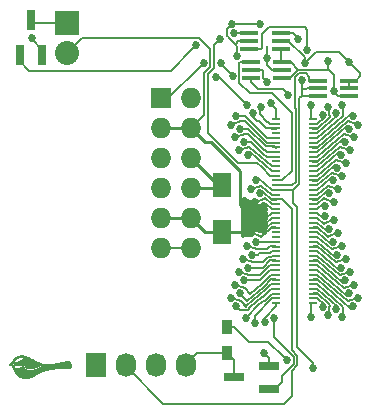
<source format=gtl>
G04 #@! TF.FileFunction,Copper,L1,Top,Signal*
%FSLAX46Y46*%
G04 Gerber Fmt 4.6, Leading zero omitted, Abs format (unit mm)*
G04 Created by KiCad (PCBNEW 4.0.1-stable) date Sunday, February 28, 2016 'AMt' 11:22:30 AM*
%MOMM*%
G01*
G04 APERTURE LIST*
%ADD10C,0.100000*%
%ADD11C,0.010000*%
%ADD12R,1.501140X0.398780*%
%ADD13R,1.727200X1.727200*%
%ADD14O,1.727200X1.727200*%
%ADD15R,1.600000X2.000000*%
%ADD16R,2.032000X2.032000*%
%ADD17O,2.032000X2.032000*%
%ADD18R,1.800860X0.800100*%
%ADD19R,0.800100X1.800860*%
%ADD20R,0.900000X1.200000*%
%ADD21R,1.727200X2.032000*%
%ADD22O,1.727200X2.032000*%
%ADD23R,0.700000X0.200000*%
%ADD24C,0.685800*%
%ADD25C,0.685801*%
%ADD26C,0.152400*%
%ADD27C,0.254000*%
G04 APERTURE END LIST*
D10*
D11*
G36*
X136572890Y-120218476D02*
X136594607Y-120218821D01*
X136613555Y-120219540D01*
X136630765Y-120220719D01*
X136647270Y-120222441D01*
X136664101Y-120224790D01*
X136682292Y-120227850D01*
X136697352Y-120230645D01*
X136737711Y-120239396D01*
X136779606Y-120250414D01*
X136821059Y-120263125D01*
X136860093Y-120276957D01*
X136867895Y-120279990D01*
X136897503Y-120291780D01*
X136926560Y-120303531D01*
X136955332Y-120315368D01*
X136984083Y-120327414D01*
X137013081Y-120339793D01*
X137042591Y-120352628D01*
X137072879Y-120366043D01*
X137104210Y-120380162D01*
X137136851Y-120395109D01*
X137171067Y-120411008D01*
X137207124Y-120427981D01*
X137245288Y-120446153D01*
X137285824Y-120465648D01*
X137328999Y-120486589D01*
X137375078Y-120509100D01*
X137424327Y-120533305D01*
X137477013Y-120559327D01*
X137533399Y-120587290D01*
X137593754Y-120617318D01*
X137609333Y-120625083D01*
X137661341Y-120650963D01*
X137709400Y-120674774D01*
X137753855Y-120696675D01*
X137795050Y-120716825D01*
X137833331Y-120735383D01*
X137869043Y-120752509D01*
X137902531Y-120768361D01*
X137934140Y-120783099D01*
X137964214Y-120796882D01*
X137993099Y-120809869D01*
X138021140Y-120822221D01*
X138048682Y-120834095D01*
X138076069Y-120845651D01*
X138103648Y-120857048D01*
X138131761Y-120868446D01*
X138160756Y-120880004D01*
X138166784Y-120882386D01*
X138184241Y-120889341D01*
X138200202Y-120895833D01*
X138214121Y-120901627D01*
X138225450Y-120906492D01*
X138233645Y-120910195D01*
X138238158Y-120912503D01*
X138238869Y-120913075D01*
X138237563Y-120915832D01*
X138233180Y-120921251D01*
X138226270Y-120928795D01*
X138217385Y-120937924D01*
X138207075Y-120948099D01*
X138195890Y-120958782D01*
X138184380Y-120969433D01*
X138173096Y-120979515D01*
X138162588Y-120988487D01*
X138158204Y-120992062D01*
X138107211Y-121030188D01*
X138051855Y-121066379D01*
X137992225Y-121100598D01*
X137928406Y-121132810D01*
X137860487Y-121162978D01*
X137788555Y-121191066D01*
X137712696Y-121217040D01*
X137632998Y-121240862D01*
X137549549Y-121262496D01*
X137462435Y-121281907D01*
X137448467Y-121284744D01*
X137388669Y-121295927D01*
X137332688Y-121304711D01*
X137280154Y-121311122D01*
X137230698Y-121315187D01*
X137183950Y-121316931D01*
X137139542Y-121316382D01*
X137097103Y-121313567D01*
X137077375Y-121311425D01*
X137032479Y-121304163D01*
X136991093Y-121293835D01*
X136953274Y-121280475D01*
X136919079Y-121264116D01*
X136888565Y-121244792D01*
X136861788Y-121222535D01*
X136838805Y-121197379D01*
X136819673Y-121169357D01*
X136812520Y-121156186D01*
X136803869Y-121137070D01*
X136796870Y-121116992D01*
X136791258Y-121094947D01*
X136786770Y-121069928D01*
X136783778Y-121046810D01*
X136782017Y-121031104D01*
X136734847Y-121026992D01*
X136720104Y-121025714D01*
X136706916Y-121024583D01*
X136696079Y-121023667D01*
X136688388Y-121023033D01*
X136684639Y-121022747D01*
X136684510Y-121022741D01*
X136682469Y-121021313D01*
X136682773Y-121020286D01*
X136681528Y-121019251D01*
X136676914Y-121018987D01*
X136670321Y-121019379D01*
X136663137Y-121020312D01*
X136656751Y-121021672D01*
X136653810Y-121022675D01*
X136650033Y-121023715D01*
X136642280Y-121025402D01*
X136631345Y-121027577D01*
X136618022Y-121030085D01*
X136603107Y-121032768D01*
X136599381Y-121033420D01*
X136543505Y-121042682D01*
X136490420Y-121050481D01*
X136438382Y-121057048D01*
X136385652Y-121062618D01*
X136369571Y-121064116D01*
X136354191Y-121065209D01*
X136335536Y-121066055D01*
X136314533Y-121066653D01*
X136292109Y-121067003D01*
X136269192Y-121067105D01*
X136246706Y-121066958D01*
X136225581Y-121066562D01*
X136206741Y-121065917D01*
X136191114Y-121065022D01*
X136182095Y-121064190D01*
X136132156Y-121057570D01*
X136083568Y-121049418D01*
X136035046Y-121039468D01*
X135985304Y-121027450D01*
X135933055Y-121013096D01*
X135922445Y-121009996D01*
X135906948Y-121005341D01*
X135895529Y-121001674D01*
X135887586Y-120998756D01*
X135882514Y-120996346D01*
X135879714Y-120994204D01*
X135878722Y-120992578D01*
X135878066Y-120989072D01*
X135876989Y-120981328D01*
X135875557Y-120969920D01*
X135873841Y-120955422D01*
X135871906Y-120938409D01*
X135869823Y-120919456D01*
X135867704Y-120899582D01*
X135865241Y-120875806D01*
X135863316Y-120856429D01*
X135861901Y-120841043D01*
X135860968Y-120829244D01*
X135860489Y-120820623D01*
X135860436Y-120814776D01*
X135860783Y-120811294D01*
X135861500Y-120809773D01*
X135861565Y-120809728D01*
X135865819Y-120808159D01*
X135872571Y-120806623D01*
X135874605Y-120806280D01*
X135882317Y-120804889D01*
X135894009Y-120802518D01*
X135908961Y-120799332D01*
X135926451Y-120795495D01*
X135945760Y-120791171D01*
X135966165Y-120786523D01*
X135986946Y-120781716D01*
X136007383Y-120776914D01*
X136026754Y-120772280D01*
X136044339Y-120767979D01*
X136057514Y-120764664D01*
X136127888Y-120745903D01*
X136193710Y-120726815D01*
X136255260Y-120707305D01*
X136312819Y-120687280D01*
X136366666Y-120666646D01*
X136417082Y-120645309D01*
X136425210Y-120641661D01*
X136473672Y-120618036D01*
X136523023Y-120590787D01*
X136572083Y-120560663D01*
X136619673Y-120528417D01*
X136664616Y-120494797D01*
X136694933Y-120469939D01*
X136707045Y-120459405D01*
X136719616Y-120448151D01*
X136732155Y-120436653D01*
X136744170Y-120425384D01*
X136755171Y-120414818D01*
X136764665Y-120405429D01*
X136772161Y-120397691D01*
X136777168Y-120392077D01*
X136779194Y-120389062D01*
X136779151Y-120388738D01*
X136775610Y-120386991D01*
X136768091Y-120384332D01*
X136757321Y-120380973D01*
X136744025Y-120377129D01*
X136728931Y-120373015D01*
X136712765Y-120368845D01*
X136705819Y-120367125D01*
X136657885Y-120357245D01*
X136609747Y-120351066D01*
X136560937Y-120348600D01*
X136510987Y-120349860D01*
X136459427Y-120354857D01*
X136405790Y-120363605D01*
X136349605Y-120376115D01*
X136348269Y-120376449D01*
X136291150Y-120392728D01*
X136236384Y-120412221D01*
X136184173Y-120434771D01*
X136134722Y-120460220D01*
X136088232Y-120488411D01*
X136044907Y-120519186D01*
X136004950Y-120552388D01*
X135968562Y-120587858D01*
X135935948Y-120625440D01*
X135907311Y-120664977D01*
X135882852Y-120706309D01*
X135862775Y-120749281D01*
X135860373Y-120755296D01*
X135852804Y-120774648D01*
X135751354Y-120871202D01*
X135732831Y-120888846D01*
X135715380Y-120905497D01*
X135699311Y-120920857D01*
X135684936Y-120934627D01*
X135672566Y-120946508D01*
X135662512Y-120956202D01*
X135655085Y-120963409D01*
X135650596Y-120967832D01*
X135649324Y-120969174D01*
X135651351Y-120970404D01*
X135657387Y-120973401D01*
X135667016Y-120977971D01*
X135679824Y-120983924D01*
X135695395Y-120991069D01*
X135713314Y-120999213D01*
X135733164Y-121008165D01*
X135754531Y-121017735D01*
X135759640Y-121020013D01*
X135870536Y-121069436D01*
X135882083Y-121110728D01*
X135887641Y-121129900D01*
X135894390Y-121152059D01*
X135901912Y-121175919D01*
X135909791Y-121200195D01*
X135917611Y-121223602D01*
X135924953Y-121244855D01*
X135931122Y-121261919D01*
X135934858Y-121271304D01*
X135937957Y-121277115D01*
X135941150Y-121280417D01*
X135945055Y-121282241D01*
X135950062Y-121283040D01*
X135959196Y-121283683D01*
X135971750Y-121284172D01*
X135987014Y-121284507D01*
X136004280Y-121284690D01*
X136022842Y-121284724D01*
X136041989Y-121284608D01*
X136061014Y-121284345D01*
X136079209Y-121283937D01*
X136095866Y-121283384D01*
X136110276Y-121282689D01*
X136121619Y-121281863D01*
X136233351Y-121269774D01*
X136301838Y-121260603D01*
X136331132Y-121256189D01*
X136356379Y-121251868D01*
X136378360Y-121247428D01*
X136397857Y-121242653D01*
X136415651Y-121237331D01*
X136432523Y-121231246D01*
X136449255Y-121224184D01*
X136466628Y-121215933D01*
X136468752Y-121214873D01*
X136507076Y-121193252D01*
X136544659Y-121167307D01*
X136580869Y-121137553D01*
X136615073Y-121104502D01*
X136642363Y-121073880D01*
X136655019Y-121058635D01*
X136655019Y-121066987D01*
X136655712Y-121077188D01*
X136657625Y-121090800D01*
X136660512Y-121106624D01*
X136664127Y-121123462D01*
X136668222Y-121140114D01*
X136672550Y-121155381D01*
X136674405Y-121161173D01*
X136690445Y-121201904D01*
X136710322Y-121239716D01*
X136733978Y-121274558D01*
X136761350Y-121306374D01*
X136792380Y-121335111D01*
X136827006Y-121360717D01*
X136865168Y-121383137D01*
X136906805Y-121402319D01*
X136951857Y-121418209D01*
X136971914Y-121423923D01*
X137007741Y-121432339D01*
X137044615Y-121438721D01*
X137083407Y-121443166D01*
X137124988Y-121445775D01*
X137170228Y-121446646D01*
X137171486Y-121446647D01*
X137206578Y-121446229D01*
X137240663Y-121444929D01*
X137274533Y-121442658D01*
X137308982Y-121439326D01*
X137344803Y-121434845D01*
X137382790Y-121429126D01*
X137423735Y-121422080D01*
X137468433Y-121413618D01*
X137471448Y-121413025D01*
X137556094Y-121394934D01*
X137638037Y-121374615D01*
X137717112Y-121352142D01*
X137793153Y-121327591D01*
X137865995Y-121301036D01*
X137935474Y-121272553D01*
X138001424Y-121242216D01*
X138063680Y-121210101D01*
X138122077Y-121176282D01*
X138176450Y-121140834D01*
X138226633Y-121103833D01*
X138272462Y-121065352D01*
X138304810Y-121034632D01*
X138315875Y-121023214D01*
X138327189Y-121011029D01*
X138337638Y-120999311D01*
X138346104Y-120989294D01*
X138348352Y-120986469D01*
X138355273Y-120977594D01*
X138361408Y-120969754D01*
X138365943Y-120963989D01*
X138367705Y-120961775D01*
X138369587Y-120959749D01*
X138371870Y-120958686D01*
X138375577Y-120958591D01*
X138381727Y-120959470D01*
X138391345Y-120961329D01*
X138394314Y-120961929D01*
X138465473Y-120973886D01*
X138537069Y-120981051D01*
X138609224Y-120983432D01*
X138682057Y-120981035D01*
X138693067Y-120980262D01*
X138750880Y-120975415D01*
X138813159Y-120969221D01*
X138879730Y-120961710D01*
X138950420Y-120952912D01*
X139025056Y-120942858D01*
X139103464Y-120931576D01*
X139185473Y-120919097D01*
X139270908Y-120905450D01*
X139359598Y-120890667D01*
X139451368Y-120874776D01*
X139546045Y-120857808D01*
X139643458Y-120839792D01*
X139743432Y-120820758D01*
X139845795Y-120800737D01*
X139950373Y-120779759D01*
X140056995Y-120757852D01*
X140165485Y-120735048D01*
X140275672Y-120711376D01*
X140380352Y-120688423D01*
X140410862Y-120681666D01*
X140437069Y-120675983D01*
X140459406Y-120671466D01*
X140478307Y-120668208D01*
X140494208Y-120666300D01*
X140507541Y-120665835D01*
X140518740Y-120666905D01*
X140528240Y-120669603D01*
X140536475Y-120674020D01*
X140543879Y-120680249D01*
X140550886Y-120688382D01*
X140557929Y-120698511D01*
X140565443Y-120710729D01*
X140573862Y-120725128D01*
X140576797Y-120730174D01*
X140602352Y-120775278D01*
X140626306Y-120820021D01*
X140648386Y-120863833D01*
X140668323Y-120906142D01*
X140685844Y-120946379D01*
X140700680Y-120983973D01*
X140710187Y-121011018D01*
X140720789Y-121046958D01*
X140728137Y-121080498D01*
X140732251Y-121111481D01*
X140733150Y-121139750D01*
X140730853Y-121165150D01*
X140725378Y-121187523D01*
X140716744Y-121206713D01*
X140704969Y-121222563D01*
X140690074Y-121234917D01*
X140682857Y-121239043D01*
X140675908Y-121242306D01*
X140668331Y-121245302D01*
X140659879Y-121248051D01*
X140650307Y-121250572D01*
X140639372Y-121252884D01*
X140626826Y-121255007D01*
X140612427Y-121256960D01*
X140595927Y-121258761D01*
X140577084Y-121260431D01*
X140555650Y-121261989D01*
X140531383Y-121263454D01*
X140504035Y-121264845D01*
X140473363Y-121266181D01*
X140439121Y-121267483D01*
X140401065Y-121268769D01*
X140358949Y-121270058D01*
X140312529Y-121271370D01*
X140261558Y-121272724D01*
X140252143Y-121272967D01*
X140168433Y-121275256D01*
X140089179Y-121277711D01*
X140013999Y-121280352D01*
X139942513Y-121283202D01*
X139874340Y-121286281D01*
X139809099Y-121289609D01*
X139746411Y-121293209D01*
X139685893Y-121297101D01*
X139627165Y-121301306D01*
X139569847Y-121305846D01*
X139513558Y-121310740D01*
X139457917Y-121316011D01*
X139439343Y-121317866D01*
X139351092Y-121327350D01*
X139265744Y-121337702D01*
X139182787Y-121349038D01*
X139101707Y-121361474D01*
X139021991Y-121375127D01*
X138943125Y-121390112D01*
X138864598Y-121406546D01*
X138785894Y-121424545D01*
X138706502Y-121444225D01*
X138625908Y-121465703D01*
X138543599Y-121489095D01*
X138459062Y-121514516D01*
X138371783Y-121542083D01*
X138281249Y-121571912D01*
X138209257Y-121596406D01*
X138175067Y-121608412D01*
X138142474Y-121620361D01*
X138111018Y-121632474D01*
X138080241Y-121644971D01*
X138049683Y-121658070D01*
X138018886Y-121671991D01*
X137987390Y-121686955D01*
X137954736Y-121703180D01*
X137920466Y-121720887D01*
X137884120Y-121740295D01*
X137845239Y-121761623D01*
X137803365Y-121785092D01*
X137758038Y-121810920D01*
X137743590Y-121819224D01*
X137703393Y-121842353D01*
X137667070Y-121863218D01*
X137634315Y-121881989D01*
X137604820Y-121898834D01*
X137578279Y-121913923D01*
X137554386Y-121927425D01*
X137532832Y-121939510D01*
X137513311Y-121950347D01*
X137495516Y-121960105D01*
X137479140Y-121968953D01*
X137463876Y-121977061D01*
X137449417Y-121984598D01*
X137435457Y-121991734D01*
X137421687Y-121998637D01*
X137407802Y-122005478D01*
X137393494Y-122012425D01*
X137392239Y-122013031D01*
X137345995Y-122034588D01*
X137302371Y-122053276D01*
X137260428Y-122069365D01*
X137219223Y-122083123D01*
X137177818Y-122094819D01*
X137135270Y-122104722D01*
X137090639Y-122113101D01*
X137042985Y-122120226D01*
X136998524Y-122125592D01*
X136970419Y-122128170D01*
X136938913Y-122130200D01*
X136905417Y-122131643D01*
X136871340Y-122132463D01*
X136838094Y-122132622D01*
X136807088Y-122132082D01*
X136786857Y-122131234D01*
X136732311Y-122126679D01*
X136677141Y-122119053D01*
X136622162Y-122108561D01*
X136568189Y-122095409D01*
X136516036Y-122079801D01*
X136466518Y-122061941D01*
X136420451Y-122042036D01*
X136408034Y-122036000D01*
X136352505Y-122005655D01*
X136298181Y-121970709D01*
X136245159Y-121931270D01*
X136193534Y-121887446D01*
X136143402Y-121839345D01*
X136094859Y-121787076D01*
X136048001Y-121730746D01*
X136002924Y-121670465D01*
X135959723Y-121606339D01*
X135918495Y-121538477D01*
X135879335Y-121466987D01*
X135848415Y-121404852D01*
X135835840Y-121377482D01*
X135823757Y-121349118D01*
X135811818Y-121318873D01*
X135799676Y-121285861D01*
X135786984Y-121249197D01*
X135784005Y-121240315D01*
X135778746Y-121224237D01*
X135773189Y-121206690D01*
X135767577Y-121188490D01*
X135762149Y-121170456D01*
X135757149Y-121153405D01*
X135752818Y-121138156D01*
X135749397Y-121125525D01*
X135747129Y-121116330D01*
X135746573Y-121113669D01*
X135745086Y-121105741D01*
X135604779Y-121049122D01*
X135580107Y-121039148D01*
X135556788Y-121029687D01*
X135535205Y-121020897D01*
X135515741Y-121012934D01*
X135498781Y-121005958D01*
X135484707Y-121000125D01*
X135473904Y-120995595D01*
X135466754Y-120992524D01*
X135463641Y-120991070D01*
X135463539Y-120990993D01*
X135465144Y-120989176D01*
X135470082Y-120984406D01*
X135478071Y-120976941D01*
X135488825Y-120967039D01*
X135502061Y-120954960D01*
X135517494Y-120940962D01*
X135534841Y-120925303D01*
X135553816Y-120908243D01*
X135574137Y-120890039D01*
X135591539Y-120874499D01*
X135616236Y-120852467D01*
X135637571Y-120833409D01*
X135655798Y-120817080D01*
X135671170Y-120803239D01*
X135683940Y-120791642D01*
X135694361Y-120782046D01*
X135702686Y-120774209D01*
X135709169Y-120767887D01*
X135714062Y-120762839D01*
X135717619Y-120758820D01*
X135720092Y-120755588D01*
X135721736Y-120752901D01*
X135722802Y-120750515D01*
X135723545Y-120748187D01*
X135723671Y-120747730D01*
X135728066Y-120733639D01*
X135734307Y-120716530D01*
X135741899Y-120697617D01*
X135750342Y-120678114D01*
X135759141Y-120659235D01*
X135763663Y-120650123D01*
X135785913Y-120610208D01*
X135811441Y-120571722D01*
X135840714Y-120534028D01*
X135874199Y-120496488D01*
X135883212Y-120487125D01*
X135921275Y-120450413D01*
X135960552Y-120417167D01*
X136001870Y-120386793D01*
X136046052Y-120358696D01*
X136093924Y-120332283D01*
X136108314Y-120325002D01*
X136154980Y-120303147D01*
X136201618Y-120284060D01*
X136249071Y-120267485D01*
X136298182Y-120253166D01*
X136349792Y-120240846D01*
X136404745Y-120230269D01*
X136436609Y-120225116D01*
X136450211Y-120223114D01*
X136462093Y-120221560D01*
X136473213Y-120220397D01*
X136484528Y-120219566D01*
X136496995Y-120219011D01*
X136511570Y-120218672D01*
X136529211Y-120218493D01*
X136547371Y-120218423D01*
X136572890Y-120218476D01*
X136572890Y-120218476D01*
G37*
X136572890Y-120218476D02*
X136594607Y-120218821D01*
X136613555Y-120219540D01*
X136630765Y-120220719D01*
X136647270Y-120222441D01*
X136664101Y-120224790D01*
X136682292Y-120227850D01*
X136697352Y-120230645D01*
X136737711Y-120239396D01*
X136779606Y-120250414D01*
X136821059Y-120263125D01*
X136860093Y-120276957D01*
X136867895Y-120279990D01*
X136897503Y-120291780D01*
X136926560Y-120303531D01*
X136955332Y-120315368D01*
X136984083Y-120327414D01*
X137013081Y-120339793D01*
X137042591Y-120352628D01*
X137072879Y-120366043D01*
X137104210Y-120380162D01*
X137136851Y-120395109D01*
X137171067Y-120411008D01*
X137207124Y-120427981D01*
X137245288Y-120446153D01*
X137285824Y-120465648D01*
X137328999Y-120486589D01*
X137375078Y-120509100D01*
X137424327Y-120533305D01*
X137477013Y-120559327D01*
X137533399Y-120587290D01*
X137593754Y-120617318D01*
X137609333Y-120625083D01*
X137661341Y-120650963D01*
X137709400Y-120674774D01*
X137753855Y-120696675D01*
X137795050Y-120716825D01*
X137833331Y-120735383D01*
X137869043Y-120752509D01*
X137902531Y-120768361D01*
X137934140Y-120783099D01*
X137964214Y-120796882D01*
X137993099Y-120809869D01*
X138021140Y-120822221D01*
X138048682Y-120834095D01*
X138076069Y-120845651D01*
X138103648Y-120857048D01*
X138131761Y-120868446D01*
X138160756Y-120880004D01*
X138166784Y-120882386D01*
X138184241Y-120889341D01*
X138200202Y-120895833D01*
X138214121Y-120901627D01*
X138225450Y-120906492D01*
X138233645Y-120910195D01*
X138238158Y-120912503D01*
X138238869Y-120913075D01*
X138237563Y-120915832D01*
X138233180Y-120921251D01*
X138226270Y-120928795D01*
X138217385Y-120937924D01*
X138207075Y-120948099D01*
X138195890Y-120958782D01*
X138184380Y-120969433D01*
X138173096Y-120979515D01*
X138162588Y-120988487D01*
X138158204Y-120992062D01*
X138107211Y-121030188D01*
X138051855Y-121066379D01*
X137992225Y-121100598D01*
X137928406Y-121132810D01*
X137860487Y-121162978D01*
X137788555Y-121191066D01*
X137712696Y-121217040D01*
X137632998Y-121240862D01*
X137549549Y-121262496D01*
X137462435Y-121281907D01*
X137448467Y-121284744D01*
X137388669Y-121295927D01*
X137332688Y-121304711D01*
X137280154Y-121311122D01*
X137230698Y-121315187D01*
X137183950Y-121316931D01*
X137139542Y-121316382D01*
X137097103Y-121313567D01*
X137077375Y-121311425D01*
X137032479Y-121304163D01*
X136991093Y-121293835D01*
X136953274Y-121280475D01*
X136919079Y-121264116D01*
X136888565Y-121244792D01*
X136861788Y-121222535D01*
X136838805Y-121197379D01*
X136819673Y-121169357D01*
X136812520Y-121156186D01*
X136803869Y-121137070D01*
X136796870Y-121116992D01*
X136791258Y-121094947D01*
X136786770Y-121069928D01*
X136783778Y-121046810D01*
X136782017Y-121031104D01*
X136734847Y-121026992D01*
X136720104Y-121025714D01*
X136706916Y-121024583D01*
X136696079Y-121023667D01*
X136688388Y-121023033D01*
X136684639Y-121022747D01*
X136684510Y-121022741D01*
X136682469Y-121021313D01*
X136682773Y-121020286D01*
X136681528Y-121019251D01*
X136676914Y-121018987D01*
X136670321Y-121019379D01*
X136663137Y-121020312D01*
X136656751Y-121021672D01*
X136653810Y-121022675D01*
X136650033Y-121023715D01*
X136642280Y-121025402D01*
X136631345Y-121027577D01*
X136618022Y-121030085D01*
X136603107Y-121032768D01*
X136599381Y-121033420D01*
X136543505Y-121042682D01*
X136490420Y-121050481D01*
X136438382Y-121057048D01*
X136385652Y-121062618D01*
X136369571Y-121064116D01*
X136354191Y-121065209D01*
X136335536Y-121066055D01*
X136314533Y-121066653D01*
X136292109Y-121067003D01*
X136269192Y-121067105D01*
X136246706Y-121066958D01*
X136225581Y-121066562D01*
X136206741Y-121065917D01*
X136191114Y-121065022D01*
X136182095Y-121064190D01*
X136132156Y-121057570D01*
X136083568Y-121049418D01*
X136035046Y-121039468D01*
X135985304Y-121027450D01*
X135933055Y-121013096D01*
X135922445Y-121009996D01*
X135906948Y-121005341D01*
X135895529Y-121001674D01*
X135887586Y-120998756D01*
X135882514Y-120996346D01*
X135879714Y-120994204D01*
X135878722Y-120992578D01*
X135878066Y-120989072D01*
X135876989Y-120981328D01*
X135875557Y-120969920D01*
X135873841Y-120955422D01*
X135871906Y-120938409D01*
X135869823Y-120919456D01*
X135867704Y-120899582D01*
X135865241Y-120875806D01*
X135863316Y-120856429D01*
X135861901Y-120841043D01*
X135860968Y-120829244D01*
X135860489Y-120820623D01*
X135860436Y-120814776D01*
X135860783Y-120811294D01*
X135861500Y-120809773D01*
X135861565Y-120809728D01*
X135865819Y-120808159D01*
X135872571Y-120806623D01*
X135874605Y-120806280D01*
X135882317Y-120804889D01*
X135894009Y-120802518D01*
X135908961Y-120799332D01*
X135926451Y-120795495D01*
X135945760Y-120791171D01*
X135966165Y-120786523D01*
X135986946Y-120781716D01*
X136007383Y-120776914D01*
X136026754Y-120772280D01*
X136044339Y-120767979D01*
X136057514Y-120764664D01*
X136127888Y-120745903D01*
X136193710Y-120726815D01*
X136255260Y-120707305D01*
X136312819Y-120687280D01*
X136366666Y-120666646D01*
X136417082Y-120645309D01*
X136425210Y-120641661D01*
X136473672Y-120618036D01*
X136523023Y-120590787D01*
X136572083Y-120560663D01*
X136619673Y-120528417D01*
X136664616Y-120494797D01*
X136694933Y-120469939D01*
X136707045Y-120459405D01*
X136719616Y-120448151D01*
X136732155Y-120436653D01*
X136744170Y-120425384D01*
X136755171Y-120414818D01*
X136764665Y-120405429D01*
X136772161Y-120397691D01*
X136777168Y-120392077D01*
X136779194Y-120389062D01*
X136779151Y-120388738D01*
X136775610Y-120386991D01*
X136768091Y-120384332D01*
X136757321Y-120380973D01*
X136744025Y-120377129D01*
X136728931Y-120373015D01*
X136712765Y-120368845D01*
X136705819Y-120367125D01*
X136657885Y-120357245D01*
X136609747Y-120351066D01*
X136560937Y-120348600D01*
X136510987Y-120349860D01*
X136459427Y-120354857D01*
X136405790Y-120363605D01*
X136349605Y-120376115D01*
X136348269Y-120376449D01*
X136291150Y-120392728D01*
X136236384Y-120412221D01*
X136184173Y-120434771D01*
X136134722Y-120460220D01*
X136088232Y-120488411D01*
X136044907Y-120519186D01*
X136004950Y-120552388D01*
X135968562Y-120587858D01*
X135935948Y-120625440D01*
X135907311Y-120664977D01*
X135882852Y-120706309D01*
X135862775Y-120749281D01*
X135860373Y-120755296D01*
X135852804Y-120774648D01*
X135751354Y-120871202D01*
X135732831Y-120888846D01*
X135715380Y-120905497D01*
X135699311Y-120920857D01*
X135684936Y-120934627D01*
X135672566Y-120946508D01*
X135662512Y-120956202D01*
X135655085Y-120963409D01*
X135650596Y-120967832D01*
X135649324Y-120969174D01*
X135651351Y-120970404D01*
X135657387Y-120973401D01*
X135667016Y-120977971D01*
X135679824Y-120983924D01*
X135695395Y-120991069D01*
X135713314Y-120999213D01*
X135733164Y-121008165D01*
X135754531Y-121017735D01*
X135759640Y-121020013D01*
X135870536Y-121069436D01*
X135882083Y-121110728D01*
X135887641Y-121129900D01*
X135894390Y-121152059D01*
X135901912Y-121175919D01*
X135909791Y-121200195D01*
X135917611Y-121223602D01*
X135924953Y-121244855D01*
X135931122Y-121261919D01*
X135934858Y-121271304D01*
X135937957Y-121277115D01*
X135941150Y-121280417D01*
X135945055Y-121282241D01*
X135950062Y-121283040D01*
X135959196Y-121283683D01*
X135971750Y-121284172D01*
X135987014Y-121284507D01*
X136004280Y-121284690D01*
X136022842Y-121284724D01*
X136041989Y-121284608D01*
X136061014Y-121284345D01*
X136079209Y-121283937D01*
X136095866Y-121283384D01*
X136110276Y-121282689D01*
X136121619Y-121281863D01*
X136233351Y-121269774D01*
X136301838Y-121260603D01*
X136331132Y-121256189D01*
X136356379Y-121251868D01*
X136378360Y-121247428D01*
X136397857Y-121242653D01*
X136415651Y-121237331D01*
X136432523Y-121231246D01*
X136449255Y-121224184D01*
X136466628Y-121215933D01*
X136468752Y-121214873D01*
X136507076Y-121193252D01*
X136544659Y-121167307D01*
X136580869Y-121137553D01*
X136615073Y-121104502D01*
X136642363Y-121073880D01*
X136655019Y-121058635D01*
X136655019Y-121066987D01*
X136655712Y-121077188D01*
X136657625Y-121090800D01*
X136660512Y-121106624D01*
X136664127Y-121123462D01*
X136668222Y-121140114D01*
X136672550Y-121155381D01*
X136674405Y-121161173D01*
X136690445Y-121201904D01*
X136710322Y-121239716D01*
X136733978Y-121274558D01*
X136761350Y-121306374D01*
X136792380Y-121335111D01*
X136827006Y-121360717D01*
X136865168Y-121383137D01*
X136906805Y-121402319D01*
X136951857Y-121418209D01*
X136971914Y-121423923D01*
X137007741Y-121432339D01*
X137044615Y-121438721D01*
X137083407Y-121443166D01*
X137124988Y-121445775D01*
X137170228Y-121446646D01*
X137171486Y-121446647D01*
X137206578Y-121446229D01*
X137240663Y-121444929D01*
X137274533Y-121442658D01*
X137308982Y-121439326D01*
X137344803Y-121434845D01*
X137382790Y-121429126D01*
X137423735Y-121422080D01*
X137468433Y-121413618D01*
X137471448Y-121413025D01*
X137556094Y-121394934D01*
X137638037Y-121374615D01*
X137717112Y-121352142D01*
X137793153Y-121327591D01*
X137865995Y-121301036D01*
X137935474Y-121272553D01*
X138001424Y-121242216D01*
X138063680Y-121210101D01*
X138122077Y-121176282D01*
X138176450Y-121140834D01*
X138226633Y-121103833D01*
X138272462Y-121065352D01*
X138304810Y-121034632D01*
X138315875Y-121023214D01*
X138327189Y-121011029D01*
X138337638Y-120999311D01*
X138346104Y-120989294D01*
X138348352Y-120986469D01*
X138355273Y-120977594D01*
X138361408Y-120969754D01*
X138365943Y-120963989D01*
X138367705Y-120961775D01*
X138369587Y-120959749D01*
X138371870Y-120958686D01*
X138375577Y-120958591D01*
X138381727Y-120959470D01*
X138391345Y-120961329D01*
X138394314Y-120961929D01*
X138465473Y-120973886D01*
X138537069Y-120981051D01*
X138609224Y-120983432D01*
X138682057Y-120981035D01*
X138693067Y-120980262D01*
X138750880Y-120975415D01*
X138813159Y-120969221D01*
X138879730Y-120961710D01*
X138950420Y-120952912D01*
X139025056Y-120942858D01*
X139103464Y-120931576D01*
X139185473Y-120919097D01*
X139270908Y-120905450D01*
X139359598Y-120890667D01*
X139451368Y-120874776D01*
X139546045Y-120857808D01*
X139643458Y-120839792D01*
X139743432Y-120820758D01*
X139845795Y-120800737D01*
X139950373Y-120779759D01*
X140056995Y-120757852D01*
X140165485Y-120735048D01*
X140275672Y-120711376D01*
X140380352Y-120688423D01*
X140410862Y-120681666D01*
X140437069Y-120675983D01*
X140459406Y-120671466D01*
X140478307Y-120668208D01*
X140494208Y-120666300D01*
X140507541Y-120665835D01*
X140518740Y-120666905D01*
X140528240Y-120669603D01*
X140536475Y-120674020D01*
X140543879Y-120680249D01*
X140550886Y-120688382D01*
X140557929Y-120698511D01*
X140565443Y-120710729D01*
X140573862Y-120725128D01*
X140576797Y-120730174D01*
X140602352Y-120775278D01*
X140626306Y-120820021D01*
X140648386Y-120863833D01*
X140668323Y-120906142D01*
X140685844Y-120946379D01*
X140700680Y-120983973D01*
X140710187Y-121011018D01*
X140720789Y-121046958D01*
X140728137Y-121080498D01*
X140732251Y-121111481D01*
X140733150Y-121139750D01*
X140730853Y-121165150D01*
X140725378Y-121187523D01*
X140716744Y-121206713D01*
X140704969Y-121222563D01*
X140690074Y-121234917D01*
X140682857Y-121239043D01*
X140675908Y-121242306D01*
X140668331Y-121245302D01*
X140659879Y-121248051D01*
X140650307Y-121250572D01*
X140639372Y-121252884D01*
X140626826Y-121255007D01*
X140612427Y-121256960D01*
X140595927Y-121258761D01*
X140577084Y-121260431D01*
X140555650Y-121261989D01*
X140531383Y-121263454D01*
X140504035Y-121264845D01*
X140473363Y-121266181D01*
X140439121Y-121267483D01*
X140401065Y-121268769D01*
X140358949Y-121270058D01*
X140312529Y-121271370D01*
X140261558Y-121272724D01*
X140252143Y-121272967D01*
X140168433Y-121275256D01*
X140089179Y-121277711D01*
X140013999Y-121280352D01*
X139942513Y-121283202D01*
X139874340Y-121286281D01*
X139809099Y-121289609D01*
X139746411Y-121293209D01*
X139685893Y-121297101D01*
X139627165Y-121301306D01*
X139569847Y-121305846D01*
X139513558Y-121310740D01*
X139457917Y-121316011D01*
X139439343Y-121317866D01*
X139351092Y-121327350D01*
X139265744Y-121337702D01*
X139182787Y-121349038D01*
X139101707Y-121361474D01*
X139021991Y-121375127D01*
X138943125Y-121390112D01*
X138864598Y-121406546D01*
X138785894Y-121424545D01*
X138706502Y-121444225D01*
X138625908Y-121465703D01*
X138543599Y-121489095D01*
X138459062Y-121514516D01*
X138371783Y-121542083D01*
X138281249Y-121571912D01*
X138209257Y-121596406D01*
X138175067Y-121608412D01*
X138142474Y-121620361D01*
X138111018Y-121632474D01*
X138080241Y-121644971D01*
X138049683Y-121658070D01*
X138018886Y-121671991D01*
X137987390Y-121686955D01*
X137954736Y-121703180D01*
X137920466Y-121720887D01*
X137884120Y-121740295D01*
X137845239Y-121761623D01*
X137803365Y-121785092D01*
X137758038Y-121810920D01*
X137743590Y-121819224D01*
X137703393Y-121842353D01*
X137667070Y-121863218D01*
X137634315Y-121881989D01*
X137604820Y-121898834D01*
X137578279Y-121913923D01*
X137554386Y-121927425D01*
X137532832Y-121939510D01*
X137513311Y-121950347D01*
X137495516Y-121960105D01*
X137479140Y-121968953D01*
X137463876Y-121977061D01*
X137449417Y-121984598D01*
X137435457Y-121991734D01*
X137421687Y-121998637D01*
X137407802Y-122005478D01*
X137393494Y-122012425D01*
X137392239Y-122013031D01*
X137345995Y-122034588D01*
X137302371Y-122053276D01*
X137260428Y-122069365D01*
X137219223Y-122083123D01*
X137177818Y-122094819D01*
X137135270Y-122104722D01*
X137090639Y-122113101D01*
X137042985Y-122120226D01*
X136998524Y-122125592D01*
X136970419Y-122128170D01*
X136938913Y-122130200D01*
X136905417Y-122131643D01*
X136871340Y-122132463D01*
X136838094Y-122132622D01*
X136807088Y-122132082D01*
X136786857Y-122131234D01*
X136732311Y-122126679D01*
X136677141Y-122119053D01*
X136622162Y-122108561D01*
X136568189Y-122095409D01*
X136516036Y-122079801D01*
X136466518Y-122061941D01*
X136420451Y-122042036D01*
X136408034Y-122036000D01*
X136352505Y-122005655D01*
X136298181Y-121970709D01*
X136245159Y-121931270D01*
X136193534Y-121887446D01*
X136143402Y-121839345D01*
X136094859Y-121787076D01*
X136048001Y-121730746D01*
X136002924Y-121670465D01*
X135959723Y-121606339D01*
X135918495Y-121538477D01*
X135879335Y-121466987D01*
X135848415Y-121404852D01*
X135835840Y-121377482D01*
X135823757Y-121349118D01*
X135811818Y-121318873D01*
X135799676Y-121285861D01*
X135786984Y-121249197D01*
X135784005Y-121240315D01*
X135778746Y-121224237D01*
X135773189Y-121206690D01*
X135767577Y-121188490D01*
X135762149Y-121170456D01*
X135757149Y-121153405D01*
X135752818Y-121138156D01*
X135749397Y-121125525D01*
X135747129Y-121116330D01*
X135746573Y-121113669D01*
X135745086Y-121105741D01*
X135604779Y-121049122D01*
X135580107Y-121039148D01*
X135556788Y-121029687D01*
X135535205Y-121020897D01*
X135515741Y-121012934D01*
X135498781Y-121005958D01*
X135484707Y-121000125D01*
X135473904Y-120995595D01*
X135466754Y-120992524D01*
X135463641Y-120991070D01*
X135463539Y-120990993D01*
X135465144Y-120989176D01*
X135470082Y-120984406D01*
X135478071Y-120976941D01*
X135488825Y-120967039D01*
X135502061Y-120954960D01*
X135517494Y-120940962D01*
X135534841Y-120925303D01*
X135553816Y-120908243D01*
X135574137Y-120890039D01*
X135591539Y-120874499D01*
X135616236Y-120852467D01*
X135637571Y-120833409D01*
X135655798Y-120817080D01*
X135671170Y-120803239D01*
X135683940Y-120791642D01*
X135694361Y-120782046D01*
X135702686Y-120774209D01*
X135709169Y-120767887D01*
X135714062Y-120762839D01*
X135717619Y-120758820D01*
X135720092Y-120755588D01*
X135721736Y-120752901D01*
X135722802Y-120750515D01*
X135723545Y-120748187D01*
X135723671Y-120747730D01*
X135728066Y-120733639D01*
X135734307Y-120716530D01*
X135741899Y-120697617D01*
X135750342Y-120678114D01*
X135759141Y-120659235D01*
X135763663Y-120650123D01*
X135785913Y-120610208D01*
X135811441Y-120571722D01*
X135840714Y-120534028D01*
X135874199Y-120496488D01*
X135883212Y-120487125D01*
X135921275Y-120450413D01*
X135960552Y-120417167D01*
X136001870Y-120386793D01*
X136046052Y-120358696D01*
X136093924Y-120332283D01*
X136108314Y-120325002D01*
X136154980Y-120303147D01*
X136201618Y-120284060D01*
X136249071Y-120267485D01*
X136298182Y-120253166D01*
X136349792Y-120240846D01*
X136404745Y-120230269D01*
X136436609Y-120225116D01*
X136450211Y-120223114D01*
X136462093Y-120221560D01*
X136473213Y-120220397D01*
X136484528Y-120219566D01*
X136496995Y-120219011D01*
X136511570Y-120218672D01*
X136529211Y-120218493D01*
X136547371Y-120218423D01*
X136572890Y-120218476D01*
D12*
X158461920Y-94250000D03*
X158461920Y-93599760D03*
X158461920Y-92949520D03*
X155800000Y-92949520D03*
X155800000Y-93599760D03*
X155800000Y-94250000D03*
X164300000Y-98250000D03*
X164300000Y-97599760D03*
X164300000Y-96949520D03*
X161638080Y-96949520D03*
X161638080Y-97599760D03*
X161638080Y-98250000D03*
X158611920Y-96700000D03*
X158611920Y-96049760D03*
X158611920Y-95399520D03*
X155950000Y-95399520D03*
X155950000Y-96049760D03*
X155950000Y-96700000D03*
D13*
X148360000Y-98440000D03*
D14*
X150900000Y-98440000D03*
X148360000Y-100980000D03*
X150900000Y-100980000D03*
X148360000Y-103520000D03*
X150900000Y-103520000D03*
X148360000Y-106060000D03*
X150900000Y-106060000D03*
X148360000Y-108600000D03*
X150900000Y-108600000D03*
X148360000Y-111140000D03*
X150900000Y-111140000D03*
D15*
X153525000Y-109750000D03*
X153525000Y-105750000D03*
D16*
X140375000Y-92085000D03*
D17*
X140375000Y-94625000D03*
D18*
X157525000Y-123025000D03*
X157525000Y-121125000D03*
X154522720Y-122075000D03*
D19*
X136400000Y-94826140D03*
X138300000Y-94826140D03*
X137350000Y-91823860D03*
D20*
X153950000Y-117850000D03*
X153950000Y-120050000D03*
D21*
X142800000Y-121000000D03*
D22*
X145340000Y-121000000D03*
X147880000Y-121000000D03*
X150420000Y-121000000D03*
D23*
X161190000Y-100200000D03*
X161190000Y-100600000D03*
X161190000Y-101000000D03*
X161190000Y-101400000D03*
X161190000Y-101800000D03*
X161190000Y-102200000D03*
X161190000Y-102600000D03*
X161190000Y-103000000D03*
X161190000Y-103400000D03*
X161190000Y-103800000D03*
X161190000Y-107800000D03*
X161190000Y-107400000D03*
X161190000Y-107000000D03*
X161190000Y-106600000D03*
X161190000Y-106200000D03*
X161190000Y-105800000D03*
X161190000Y-105400000D03*
X161190000Y-105000000D03*
X161190000Y-104600000D03*
X161190000Y-104200000D03*
X161190000Y-108200000D03*
X161190000Y-108600000D03*
X161190000Y-109000000D03*
X161190000Y-109400000D03*
X161190000Y-109800000D03*
X161190000Y-110200000D03*
X161190000Y-110600000D03*
X161190000Y-111000000D03*
X161190000Y-111400000D03*
X161190000Y-111800000D03*
X161190000Y-115800000D03*
X161190000Y-115400000D03*
X161190000Y-115000000D03*
X161190000Y-114600000D03*
X161190000Y-114200000D03*
X161190000Y-113800000D03*
X161190000Y-113400000D03*
X161190000Y-113000000D03*
X161190000Y-112600000D03*
X161190000Y-112200000D03*
X158110000Y-112200000D03*
X158110000Y-112600000D03*
X158110000Y-113000000D03*
X158110000Y-113400000D03*
X158110000Y-113800000D03*
X158110000Y-114200000D03*
X158110000Y-114600000D03*
X158110000Y-115000000D03*
X158110000Y-115400000D03*
X158110000Y-115800000D03*
X158110000Y-111800000D03*
X158110000Y-111400000D03*
X158110000Y-111000000D03*
X158110000Y-110600000D03*
X158110000Y-110200000D03*
X158110000Y-109800000D03*
X158110000Y-109400000D03*
X158110000Y-109000000D03*
X158110000Y-108600000D03*
X158110000Y-108200000D03*
X158110000Y-104200000D03*
X158110000Y-104600000D03*
X158110000Y-105000000D03*
X158110000Y-105400000D03*
X158110000Y-105800000D03*
X158110000Y-106200000D03*
X158110000Y-106600000D03*
X158110000Y-107000000D03*
X158110000Y-107400000D03*
X158110000Y-107800000D03*
X158110000Y-103800000D03*
X158110000Y-103400000D03*
X158110000Y-103000000D03*
X158110000Y-102600000D03*
X158110000Y-102200000D03*
X158110000Y-101800000D03*
X158110000Y-101400000D03*
X158110000Y-101000000D03*
X158110000Y-100600000D03*
X158110000Y-100200000D03*
D24*
X162950000Y-97849974D03*
X162500000Y-95300000D03*
X137400000Y-93350000D03*
X157025000Y-119975000D03*
D25*
X163335170Y-106128721D03*
X162579214Y-106491109D03*
X162993938Y-107218712D03*
X162237982Y-107581100D03*
X162237982Y-108419301D03*
X162993938Y-108781689D03*
X162579214Y-109509292D03*
X163335170Y-109871680D03*
D24*
X164264956Y-95352566D03*
X160500000Y-95450000D03*
X157300000Y-95000000D03*
X159100000Y-98150000D03*
X159950000Y-93400000D03*
X154522312Y-92933079D03*
X153375000Y-93400000D03*
X160729126Y-94320874D03*
X153388558Y-95488069D03*
X151948345Y-95438535D03*
X154404385Y-96551583D03*
D25*
X156306694Y-107218712D03*
X157062650Y-107581100D03*
X157062650Y-108419301D03*
X156306694Y-108781689D03*
X156721418Y-109509292D03*
X155965462Y-109871680D03*
D24*
X157909689Y-117082292D03*
D25*
X161045015Y-116945501D03*
X161045015Y-99054899D03*
X162035617Y-116147324D03*
X162511810Y-116834445D03*
X163166374Y-116308281D03*
X163642567Y-116995401D03*
X164626605Y-116049236D03*
X165041329Y-115321633D03*
X164285373Y-114959245D03*
X164700097Y-114231642D03*
X163944142Y-113869254D03*
X164358866Y-113141651D03*
X163602910Y-112779264D03*
X164017634Y-112051661D03*
X163261678Y-111689273D03*
X163676402Y-110961670D03*
X162920446Y-110599282D03*
X162920446Y-105401118D03*
X163676402Y-105038731D03*
X163261678Y-104311128D03*
X164017634Y-103948740D03*
X163602910Y-103221137D03*
X164358866Y-102858749D03*
X163944142Y-102131146D03*
X164700097Y-101768759D03*
X164285373Y-101041156D03*
X165041329Y-100678768D03*
X164626605Y-99951165D03*
X163642567Y-99005000D03*
X163166374Y-99692120D03*
X162511810Y-99165956D03*
X162035617Y-99853076D03*
X157630000Y-98890000D03*
X156788823Y-99165956D03*
X156134258Y-99692120D03*
D24*
X151300000Y-93950000D03*
X152964173Y-96612095D03*
D25*
X155658066Y-99005000D03*
X154674027Y-99951165D03*
X154259303Y-100678768D03*
X155015259Y-101041156D03*
X155965462Y-106128721D03*
X156380187Y-110599282D03*
X155624231Y-110961670D03*
X156038955Y-111689273D03*
X155282999Y-112051661D03*
X155697723Y-112779264D03*
X154941767Y-113141651D03*
X155356491Y-113869254D03*
X154600535Y-114231642D03*
X155015259Y-114959245D03*
X154259303Y-115321633D03*
X154674027Y-116049236D03*
X155560000Y-117010000D03*
D24*
X156275613Y-117454780D03*
D25*
X157130000Y-117390000D03*
D24*
X159025002Y-120650000D03*
X154322930Y-92121540D03*
X154812180Y-94881290D03*
X161200000Y-121325000D03*
X160303087Y-96914049D03*
X157300000Y-97100000D03*
X156750000Y-92200000D03*
D25*
X156380187Y-105401118D03*
X154941767Y-102858749D03*
X155697723Y-103221137D03*
X154600535Y-101768759D03*
X155356491Y-102131146D03*
X156721418Y-106491109D03*
D26*
X162950000Y-97849974D02*
X162950000Y-96450000D01*
X162950000Y-96450000D02*
X162850000Y-96350000D01*
X162950000Y-97849974D02*
X163350266Y-98250240D01*
X163350266Y-98250240D02*
X163350506Y-98250000D01*
X163350506Y-98250000D02*
X164300000Y-98250000D01*
X162850000Y-96350000D02*
X162550000Y-96050000D01*
X158461920Y-94250000D02*
X158461920Y-95249520D01*
X158461920Y-95249520D02*
X158611920Y-95399520D01*
X159353696Y-95399520D02*
X159975678Y-96021502D01*
X158611920Y-95399520D02*
X159353696Y-95399520D01*
X160771502Y-96021502D02*
X160528498Y-96021502D01*
X162550000Y-96050000D02*
X160800000Y-96050000D01*
X160800000Y-96050000D02*
X160771502Y-96021502D01*
X160528498Y-96021502D02*
X159914476Y-96021502D01*
X159235978Y-96700000D02*
X158611920Y-96700000D01*
X159975678Y-96021502D02*
X160528498Y-96021502D01*
X159914476Y-96021502D02*
X159235978Y-96700000D01*
X162500000Y-96000000D02*
X162500000Y-95784933D01*
X162550000Y-96050000D02*
X162500000Y-96000000D01*
X162500000Y-95784933D02*
X162500000Y-95300000D01*
X158611920Y-94261920D02*
X158600000Y-94250000D01*
D27*
X150900000Y-106060000D02*
X153215000Y-106060000D01*
X153215000Y-106060000D02*
X153525000Y-105750000D01*
X150900000Y-103520000D02*
X153130000Y-105750000D01*
X153130000Y-105750000D02*
X153525000Y-105750000D01*
D26*
X138300000Y-94826140D02*
X138300000Y-94325760D01*
X138300000Y-94325760D02*
X137400000Y-93425760D01*
X137400000Y-93425760D02*
X137400000Y-93350000D01*
X157525000Y-121125000D02*
X157525000Y-120475000D01*
X157525000Y-120475000D02*
X157025000Y-119975000D01*
X161190316Y-106624000D02*
X161540316Y-106624000D01*
X161540316Y-106624000D02*
X162460992Y-105841578D01*
X162460992Y-105841578D02*
X162749830Y-105946114D01*
X162749830Y-105946114D02*
X163335170Y-106128721D01*
X161190316Y-107024000D02*
X161540316Y-107024000D01*
X161540316Y-107024000D02*
X162406505Y-106287883D01*
X162406505Y-106287883D02*
X162579214Y-106491109D01*
X161190316Y-107424000D02*
X161540316Y-107424000D01*
X161540316Y-107424000D02*
X162119760Y-106931569D01*
X162119760Y-106931569D02*
X162408598Y-107036104D01*
X162408598Y-107036104D02*
X162993938Y-107218712D01*
X161190316Y-107824000D02*
X161540316Y-107824000D01*
X161540316Y-107824000D02*
X162065274Y-107377873D01*
X162065274Y-107377873D02*
X162237982Y-107581100D01*
X161190316Y-108176401D02*
X161540316Y-108176401D01*
X161540316Y-108176401D02*
X162065274Y-108622527D01*
X162065274Y-108622527D02*
X162237982Y-108419301D01*
X161190316Y-108576401D02*
X161540316Y-108576401D01*
X161540316Y-108576401D02*
X162119760Y-109068832D01*
X162119760Y-109068832D02*
X162408598Y-108964297D01*
X162408598Y-108964297D02*
X162993938Y-108781689D01*
X161190316Y-108976401D02*
X161540316Y-108976401D01*
X161540316Y-108976401D02*
X162406505Y-109712518D01*
X162406505Y-109712518D02*
X162579214Y-109509292D01*
X161190316Y-109376401D02*
X161540316Y-109376401D01*
X161540316Y-109376401D02*
X162460992Y-110158823D01*
X162460992Y-110158823D02*
X162749830Y-110054287D01*
X162749830Y-110054287D02*
X163335170Y-109871680D01*
X165202970Y-96290580D02*
X164607855Y-95695465D01*
X163412390Y-94500000D02*
X163922057Y-95009667D01*
X164851180Y-96949520D02*
X165202970Y-96597730D01*
X164300000Y-96949520D02*
X164851180Y-96949520D01*
X160500000Y-95450000D02*
X161450000Y-94500000D01*
X163922057Y-95009667D02*
X164264956Y-95352566D01*
X165202970Y-96597730D02*
X165202970Y-96290580D01*
X161450000Y-94500000D02*
X163412390Y-94500000D01*
X164607855Y-95695465D02*
X164264956Y-95352566D01*
X164300000Y-97599760D02*
X164300000Y-96949520D01*
X160500000Y-95450000D02*
X160500000Y-94965067D01*
X160500000Y-94965067D02*
X159134693Y-93599760D01*
X159134693Y-93599760D02*
X158461920Y-93599760D01*
X157300000Y-93996790D02*
X157300000Y-94515067D01*
X157300000Y-94515067D02*
X157300000Y-95000000D01*
X158611920Y-96049760D02*
X157708950Y-96049760D01*
X157708950Y-96049760D02*
X157300000Y-95640810D01*
X157300000Y-95640810D02*
X157300000Y-95000000D01*
X159100000Y-98150000D02*
X158643687Y-97693687D01*
X158643687Y-97693687D02*
X156591897Y-97693687D01*
X155950000Y-97051790D02*
X155950000Y-96700000D01*
X156591897Y-97693687D02*
X155950000Y-97051790D01*
X159502970Y-92949520D02*
X158461920Y-92949520D01*
X159950000Y-93396550D02*
X159950000Y-93400000D01*
X159502970Y-92949520D02*
X159950000Y-93396550D01*
X156470220Y-96800240D02*
X155919040Y-96800240D01*
X152819596Y-93955404D02*
X153032101Y-93742899D01*
X153032101Y-93742899D02*
X153375000Y-93400000D01*
X152819596Y-95899944D02*
X152819596Y-93955404D01*
X152302269Y-101352953D02*
X152302269Y-96417271D01*
X154898056Y-103948740D02*
X152302269Y-101352953D01*
X156495045Y-103948740D02*
X154898056Y-103948740D01*
X156903232Y-104295632D02*
X156495045Y-103948740D01*
X157607600Y-105000000D02*
X156903232Y-104295632D01*
X158110000Y-105000000D02*
X157607600Y-105000000D01*
X152302269Y-96417271D02*
X152819596Y-95899944D01*
X154538753Y-92949520D02*
X154522312Y-92933079D01*
X155800000Y-92949520D02*
X154538753Y-92949520D01*
X155938080Y-92949520D02*
X155937600Y-92950000D01*
X160729126Y-94320874D02*
X160729126Y-92679126D01*
X160729126Y-92679126D02*
X160500000Y-92450000D01*
X156917251Y-93032749D02*
X156917251Y-94173799D01*
X156917251Y-94173799D02*
X156841050Y-94250000D01*
X156841050Y-94250000D02*
X155800000Y-94250000D01*
X160500000Y-92450000D02*
X157500000Y-92450000D01*
X157500000Y-92450000D02*
X156917251Y-93032749D01*
X159450000Y-105800000D02*
X158110000Y-105800000D01*
X159750000Y-105500000D02*
X159450000Y-105800000D01*
X159700000Y-96671314D02*
X159700000Y-99250000D01*
X159750000Y-99300000D02*
X159750000Y-105500000D01*
X159700000Y-99250000D02*
X159750000Y-99300000D01*
X159885657Y-96485657D02*
X159700000Y-96671314D01*
X161638080Y-96949520D02*
X160874588Y-96949520D01*
X160874588Y-96949520D02*
X160874588Y-96639728D01*
X160874588Y-96639728D02*
X160577408Y-96342548D01*
X160577408Y-96342548D02*
X160028766Y-96342548D01*
X160028766Y-96342548D02*
X159885657Y-96485657D01*
X157744323Y-97998498D02*
X155853901Y-97998498D01*
X154973369Y-97117966D02*
X154973369Y-95473181D01*
X158110000Y-105400000D02*
X158612400Y-105400000D01*
X154973369Y-95473181D02*
X155047030Y-95399520D01*
X159445190Y-104567210D02*
X159445190Y-99699365D01*
X159445190Y-99699365D02*
X157744323Y-97998498D01*
X155047030Y-95399520D02*
X155950000Y-95399520D01*
X155853901Y-97998498D02*
X154973369Y-97117966D01*
X158612400Y-105400000D02*
X159445190Y-104567210D01*
X148946880Y-98440000D02*
X151605446Y-95781434D01*
X151605446Y-95781434D02*
X151948345Y-95438535D01*
X154404385Y-96551583D02*
X153388558Y-95535756D01*
X153388558Y-95535756D02*
X153388558Y-95488069D01*
X148360000Y-98440000D02*
X148946880Y-98440000D01*
D27*
X155050000Y-104600000D02*
X152573001Y-102123001D01*
X152573001Y-102123001D02*
X152043001Y-102123001D01*
X155050000Y-107524995D02*
X155050000Y-104600000D01*
X156306694Y-108781689D02*
X155050000Y-107524995D01*
X153525000Y-109750000D02*
X155843782Y-109750000D01*
X155843782Y-109750000D02*
X155965462Y-109871680D01*
X150900000Y-108600000D02*
X152050000Y-109750000D01*
X152050000Y-109750000D02*
X153525000Y-109750000D01*
D26*
X141618962Y-93381038D02*
X141390999Y-93609001D01*
X152517325Y-94300260D02*
X151598103Y-93381038D01*
X151989661Y-99890339D02*
X151989661Y-96294140D01*
X152517325Y-95766476D02*
X152517325Y-94300260D01*
X151598103Y-93381038D02*
X141618962Y-93381038D01*
X150900000Y-100980000D02*
X151989661Y-99890339D01*
X141390999Y-93609001D02*
X140375000Y-94625000D01*
X151989661Y-96294140D02*
X152517325Y-95766476D01*
D27*
X150900000Y-100980000D02*
X148360000Y-100980000D01*
X152043001Y-102123001D02*
X151763599Y-101843599D01*
X151763599Y-101843599D02*
X150900000Y-100980000D01*
X156306694Y-108781689D02*
X155963795Y-108438790D01*
X155963795Y-108438790D02*
X155958790Y-108438790D01*
X150900000Y-108600000D02*
X148360000Y-108600000D01*
X151081689Y-108781689D02*
X150900000Y-108600000D01*
D26*
X155965462Y-109871680D02*
X155622563Y-109528781D01*
X155622563Y-109528781D02*
X155622563Y-109517437D01*
X156306694Y-107218712D02*
X155963795Y-107561611D01*
X155963795Y-107561611D02*
X155963795Y-107566205D01*
X158110316Y-107424000D02*
X157760316Y-107424000D01*
X157760316Y-107424000D02*
X157180872Y-106931569D01*
X157180872Y-106931569D02*
X156892034Y-107036104D01*
X156892034Y-107036104D02*
X156306694Y-107218712D01*
X158110316Y-107824000D02*
X157760316Y-107824000D01*
X157760316Y-107824000D02*
X157235359Y-107377873D01*
X157235359Y-107377873D02*
X157062650Y-107581100D01*
X158110316Y-108176401D02*
X157760316Y-108176401D01*
X157760316Y-108176401D02*
X157235359Y-108622527D01*
X157235359Y-108622527D02*
X157062650Y-108419301D01*
X158110316Y-108576401D02*
X157760316Y-108576401D01*
X157760316Y-108576401D02*
X157180872Y-109068832D01*
X157180872Y-109068832D02*
X156892034Y-108964297D01*
X156892034Y-108964297D02*
X156306694Y-108781689D01*
X158110316Y-108976401D02*
X157760316Y-108976401D01*
X157760316Y-108976401D02*
X156894127Y-109712518D01*
X156894127Y-109712518D02*
X156721418Y-109509292D01*
X158110316Y-109376401D02*
X157760316Y-109376401D01*
X157760316Y-109376401D02*
X156839640Y-110158823D01*
X156839640Y-110158823D02*
X156550802Y-110054287D01*
X156550802Y-110054287D02*
X155965462Y-109871680D01*
X150900000Y-111140000D02*
X148360000Y-111140000D01*
X159593964Y-120923103D02*
X158577830Y-121939237D01*
X157909689Y-117082292D02*
X157909689Y-118692622D01*
X158577830Y-121939237D02*
X158577830Y-122472550D01*
X158025380Y-123025000D02*
X157525000Y-123025000D01*
X157909689Y-118692622D02*
X159593964Y-120376897D01*
X159593964Y-120376897D02*
X159593964Y-120923103D01*
X158577830Y-122472550D02*
X158025380Y-123025000D01*
X161045015Y-115800200D02*
X161045015Y-116945501D01*
X161045015Y-100200200D02*
X161045015Y-99054899D01*
X161190316Y-115376401D02*
X161540316Y-115376401D01*
X161540316Y-115376401D02*
X162208326Y-115944098D01*
X162208326Y-115944098D02*
X162035617Y-116147324D01*
X161190316Y-114976401D02*
X161540316Y-114976401D01*
X161540316Y-114976401D02*
X162657575Y-115925886D01*
X162657575Y-115925886D02*
X162600996Y-116227803D01*
X162600996Y-116227803D02*
X162511810Y-116834445D01*
X161190316Y-114576401D02*
X161540316Y-114576401D01*
X161540316Y-114576401D02*
X163339083Y-116105055D01*
X163339083Y-116105055D02*
X163166374Y-116308281D01*
X161190316Y-114176401D02*
X161540316Y-114176401D01*
X161540316Y-114176401D02*
X163788332Y-116086842D01*
X163788332Y-116086842D02*
X163731753Y-116388759D01*
X163731753Y-116388759D02*
X163642567Y-116995401D01*
X161190316Y-113776401D02*
X161540316Y-113776401D01*
X161540316Y-113776401D02*
X164453897Y-116252462D01*
X164453897Y-116252462D02*
X164626605Y-116049236D01*
X161190316Y-113376401D02*
X161540316Y-113376401D01*
X161540316Y-113376401D02*
X164167151Y-115608776D01*
X164167151Y-115608776D02*
X164455989Y-115504240D01*
X164455989Y-115504240D02*
X165041329Y-115321633D01*
X161190316Y-112976401D02*
X161540316Y-112976401D01*
X161540316Y-112976401D02*
X164112665Y-115162471D01*
X164112665Y-115162471D02*
X164285373Y-114959245D01*
X161190316Y-112576401D02*
X161540316Y-112576401D01*
X161540316Y-112576401D02*
X163825920Y-114518785D01*
X163825920Y-114518785D02*
X164114757Y-114414250D01*
X164114757Y-114414250D02*
X164700097Y-114231642D01*
X161190316Y-112176401D02*
X161540316Y-112176401D01*
X161540316Y-112176401D02*
X163771433Y-114072481D01*
X163771433Y-114072481D02*
X163944142Y-113869254D01*
X161190316Y-111776401D02*
X161540316Y-111776401D01*
X161540316Y-111776401D02*
X163484688Y-113428795D01*
X163484688Y-113428795D02*
X163773526Y-113324259D01*
X163773526Y-113324259D02*
X164358866Y-113141651D01*
X161190316Y-111376401D02*
X161540316Y-111376401D01*
X161540316Y-111376401D02*
X163430201Y-112982490D01*
X163430201Y-112982490D02*
X163602910Y-112779264D01*
X161190316Y-110976401D02*
X161540316Y-110976401D01*
X161540316Y-110976401D02*
X163143456Y-112338804D01*
X163143456Y-112338804D02*
X163432294Y-112234268D01*
X163432294Y-112234268D02*
X164017634Y-112051661D01*
X161190316Y-110576401D02*
X161540316Y-110576401D01*
X161540316Y-110576401D02*
X163088969Y-111892499D01*
X163088969Y-111892499D02*
X163261678Y-111689273D01*
X161190316Y-110176401D02*
X161540316Y-110176401D01*
X161540316Y-110176401D02*
X162802224Y-111248813D01*
X162802224Y-111248813D02*
X163091062Y-111144278D01*
X163091062Y-111144278D02*
X163676402Y-110961670D01*
X161190316Y-109776401D02*
X161540316Y-109776401D01*
X161540316Y-109776401D02*
X162747737Y-110802509D01*
X162747737Y-110802509D02*
X162920446Y-110599282D01*
X161190316Y-106224000D02*
X161540316Y-106224000D01*
X161540316Y-106224000D02*
X162747737Y-105197892D01*
X162747737Y-105197892D02*
X162920446Y-105401118D01*
X161190316Y-105824000D02*
X161540316Y-105824000D01*
X161540316Y-105824000D02*
X162802224Y-104751587D01*
X162802224Y-104751587D02*
X163091062Y-104856123D01*
X163091062Y-104856123D02*
X163676402Y-105038731D01*
X161190316Y-105424000D02*
X161540316Y-105424000D01*
X161540316Y-105424000D02*
X163088969Y-104107901D01*
X163088969Y-104107901D02*
X163261678Y-104311128D01*
X161190316Y-105024000D02*
X161540316Y-105024000D01*
X161540316Y-105024000D02*
X163143456Y-103661597D01*
X163143456Y-103661597D02*
X163432294Y-103766132D01*
X163432294Y-103766132D02*
X164017634Y-103948740D01*
X161190316Y-104624000D02*
X161540316Y-104624000D01*
X161540316Y-104624000D02*
X163430201Y-103017911D01*
X163430201Y-103017911D02*
X163602910Y-103221137D01*
X161190316Y-104224000D02*
X161540316Y-104224000D01*
X161540316Y-104224000D02*
X163484688Y-102571606D01*
X163484688Y-102571606D02*
X163773526Y-102676142D01*
X163773526Y-102676142D02*
X164358866Y-102858749D01*
X161190316Y-103824000D02*
X161540316Y-103824000D01*
X161540316Y-103824000D02*
X163771433Y-101927920D01*
X163771433Y-101927920D02*
X163944142Y-102131146D01*
X161190316Y-103424000D02*
X161540316Y-103424000D01*
X161540316Y-103424000D02*
X163825920Y-101481616D01*
X163825920Y-101481616D02*
X164114757Y-101586151D01*
X164114757Y-101586151D02*
X164700097Y-101768759D01*
X161190316Y-103024000D02*
X161540316Y-103024000D01*
X161540316Y-103024000D02*
X164112665Y-100837930D01*
X164112665Y-100837930D02*
X164285373Y-101041156D01*
X161190316Y-102624000D02*
X161540316Y-102624000D01*
X161540316Y-102624000D02*
X164167151Y-100391625D01*
X164167151Y-100391625D02*
X164455989Y-100496161D01*
X164455989Y-100496161D02*
X165041329Y-100678768D01*
X161190316Y-102224000D02*
X161540316Y-102224000D01*
X161540316Y-102224000D02*
X164453897Y-99747939D01*
X164453897Y-99747939D02*
X164626605Y-99951165D01*
X161190316Y-101824000D02*
X161540316Y-101824000D01*
X161540316Y-101824000D02*
X163788332Y-99913558D01*
X163788332Y-99913558D02*
X163731753Y-99611642D01*
X163731753Y-99611642D02*
X163642567Y-99005000D01*
X161190316Y-101424000D02*
X161540316Y-101424000D01*
X161540316Y-101424000D02*
X163339083Y-99895346D01*
X163339083Y-99895346D02*
X163166374Y-99692120D01*
X161190316Y-101024000D02*
X161540316Y-101024000D01*
X161540316Y-101024000D02*
X162657575Y-100074515D01*
X162657575Y-100074515D02*
X162600996Y-99772598D01*
X162600996Y-99772598D02*
X162511810Y-99165956D01*
X161190316Y-100624000D02*
X161540316Y-100624000D01*
X161540316Y-100624000D02*
X162208326Y-100056303D01*
X162208326Y-100056303D02*
X162035617Y-99853076D01*
X157972899Y-99232899D02*
X157630000Y-98890000D01*
X158110316Y-99370316D02*
X157972899Y-99232899D01*
X158110316Y-100224000D02*
X158110316Y-99370316D01*
X156699637Y-99772598D02*
X156705760Y-99772598D01*
X156705760Y-99772598D02*
X156788823Y-99165956D01*
X157432178Y-100424578D02*
X157351617Y-100424578D01*
X157351617Y-100424578D02*
X156705760Y-99778721D01*
X156705760Y-99778721D02*
X156705760Y-99772598D01*
X158110000Y-100600000D02*
X157607600Y-100600000D01*
X157607600Y-100600000D02*
X157432178Y-100424578D01*
X158110316Y-100624000D02*
X157760316Y-100624000D01*
X156775191Y-100545191D02*
X156608075Y-100378075D01*
X156953743Y-100734809D02*
X156775191Y-100556257D01*
X157052247Y-100822247D02*
X156964809Y-100734809D01*
X156775191Y-100556257D02*
X156775191Y-100545191D01*
X157261408Y-101000000D02*
X157052247Y-100822247D01*
X158110000Y-101000000D02*
X157261408Y-101000000D01*
X156964809Y-100734809D02*
X156953743Y-100734809D01*
X156608075Y-100378075D02*
X156507388Y-100359207D01*
X156253128Y-100143128D02*
X156507388Y-100359207D01*
X156507388Y-100359207D02*
X156414530Y-100280293D01*
X156134258Y-99692120D02*
X156134258Y-100024258D01*
X156134258Y-100024258D02*
X156253128Y-100143128D01*
X158110316Y-101024000D02*
X157760316Y-101024000D01*
X150957101Y-94292899D02*
X151300000Y-93950000D01*
X149150000Y-96100000D02*
X150957101Y-94292899D01*
X137173480Y-96100000D02*
X149150000Y-96100000D01*
X136400000Y-95326520D02*
X137173480Y-96100000D01*
X136400000Y-94826140D02*
X136400000Y-95326520D01*
X153265161Y-96612095D02*
X152964173Y-96612095D01*
X155658066Y-99005000D02*
X153265161Y-96612095D01*
X155476165Y-99951165D02*
X157349000Y-101824000D01*
X157349000Y-101824000D02*
X157760316Y-101824000D01*
X154674027Y-99951165D02*
X155476165Y-99951165D01*
X158110316Y-101824000D02*
X157760316Y-101824000D01*
X154259303Y-100678768D02*
X154844643Y-100496161D01*
X157321526Y-102224000D02*
X158110316Y-102224000D01*
X155489151Y-100391625D02*
X157321526Y-102224000D01*
X154844643Y-100496161D02*
X155133481Y-100391625D01*
X155133481Y-100391625D02*
X155489151Y-100391625D01*
X157196322Y-102526271D02*
X158012587Y-102526271D01*
X158012587Y-102526271D02*
X158110316Y-102624000D01*
X155711207Y-101041156D02*
X157196322Y-102526271D01*
X155015259Y-101041156D02*
X155711207Y-101041156D01*
X158110316Y-106624000D02*
X157760316Y-106624000D01*
X157760316Y-106624000D02*
X156839640Y-105841578D01*
X156839640Y-105841578D02*
X156550802Y-105946114D01*
X156550802Y-105946114D02*
X155965462Y-106128721D01*
X158110316Y-110576401D02*
X158087435Y-110599282D01*
X158087435Y-110599282D02*
X156865120Y-110599282D01*
X156865120Y-110599282D02*
X156380187Y-110599282D01*
X157567991Y-110976401D02*
X157295579Y-111248813D01*
X158110316Y-110976401D02*
X157567991Y-110976401D01*
X157295579Y-111248813D02*
X156498409Y-111248813D01*
X156209571Y-111144278D02*
X155624231Y-110961670D01*
X156498409Y-111248813D02*
X156209571Y-111144278D01*
X158110316Y-111376401D02*
X157725778Y-111376401D01*
X156641302Y-111571859D02*
X156523888Y-111689273D01*
X156523888Y-111689273D02*
X156038955Y-111689273D01*
X157530320Y-111571859D02*
X156641302Y-111571859D01*
X157725778Y-111376401D02*
X157530320Y-111571859D01*
X156951396Y-112338804D02*
X156157177Y-112338804D01*
X156157177Y-112338804D02*
X155868339Y-112234268D01*
X158110316Y-111776401D02*
X157760316Y-111776401D01*
X157760316Y-111776401D02*
X157645318Y-111874130D01*
X155868339Y-112234268D02*
X155282999Y-112051661D01*
X157416070Y-111874130D02*
X156951396Y-112338804D01*
X157645318Y-111874130D02*
X157416070Y-111874130D01*
X158110316Y-112176401D02*
X157541275Y-112176401D01*
X156938412Y-112779264D02*
X156182656Y-112779264D01*
X157541275Y-112176401D02*
X156938412Y-112779264D01*
X156182656Y-112779264D02*
X155697723Y-112779264D01*
X156716355Y-113428795D02*
X155815945Y-113428795D01*
X157568749Y-112576401D02*
X156716355Y-113428795D01*
X158110316Y-112576401D02*
X157568749Y-112576401D01*
X155815945Y-113428795D02*
X155527107Y-113324259D01*
X155527107Y-113324259D02*
X154941767Y-113141651D01*
X156703372Y-113869254D02*
X155841424Y-113869254D01*
X157596225Y-112976401D02*
X156703372Y-113869254D01*
X155841424Y-113869254D02*
X155356491Y-113869254D01*
X158110316Y-112976401D02*
X157596225Y-112976401D01*
X156850542Y-114149558D02*
X155869476Y-114983302D01*
X157623699Y-113376401D02*
X156850542Y-114149558D01*
X158110316Y-113376401D02*
X157623699Y-113376401D01*
X155474713Y-114518785D02*
X155185875Y-114414250D01*
X155869476Y-114983302D02*
X155474713Y-114518785D01*
X155185875Y-114414250D02*
X154600535Y-114231642D01*
X158110316Y-113776401D02*
X157651175Y-113776401D01*
X157651175Y-113776401D02*
X157033509Y-114394067D01*
X157033509Y-114394067D02*
X155582730Y-115626988D01*
X155582730Y-115626988D02*
X155187968Y-115162471D01*
X155187968Y-115162471D02*
X155015259Y-114959245D01*
X158110316Y-114176401D02*
X157678650Y-114176401D01*
X155133481Y-115608776D02*
X154844643Y-115504240D01*
X155528244Y-116073293D02*
X155133481Y-115608776D01*
X154844643Y-115504240D02*
X154259303Y-115321633D01*
X157216469Y-114638582D02*
X155528244Y-116073293D01*
X157678650Y-114176401D02*
X157216469Y-114638582D01*
X155117537Y-115622325D02*
X155512300Y-116086842D01*
X157399358Y-114883168D02*
X157315957Y-114954044D01*
X157682526Y-114600000D02*
X157399358Y-114883168D01*
X158110000Y-114600000D02*
X157682526Y-114600000D01*
X157399358Y-114883168D02*
X157587336Y-114695190D01*
X156932996Y-115279498D02*
X156990503Y-115279498D01*
X156990503Y-115279498D02*
X157315957Y-114954044D01*
X154674027Y-116049236D02*
X155016926Y-116392135D01*
X155917493Y-116142507D02*
X156932996Y-115279498D01*
X155016926Y-116392135D02*
X155667865Y-116392135D01*
X155667865Y-116392135D02*
X155917493Y-116142507D01*
X158110000Y-115000000D02*
X157710000Y-115000000D01*
X157128233Y-115581767D02*
X157044088Y-115581767D01*
X157710000Y-115000000D02*
X157128233Y-115581767D01*
X157044088Y-115581767D02*
X156672142Y-115897859D01*
X156672142Y-115897859D02*
X155560000Y-117010000D01*
X155691067Y-117010000D02*
X155560000Y-117010000D01*
X156275613Y-116861861D02*
X156275613Y-116969847D01*
X157761073Y-115376401D02*
X156275613Y-116861861D01*
X158110316Y-115376401D02*
X157761073Y-115376401D01*
X156275613Y-116969847D02*
X156275613Y-117454780D01*
X158110000Y-116052400D02*
X157130000Y-117032400D01*
X158110000Y-115800000D02*
X158110000Y-116052400D01*
X157130000Y-117032400D02*
X157130000Y-117390000D01*
X140375000Y-92085000D02*
X137611140Y-92085000D01*
X137611140Y-92085000D02*
X137350000Y-91823860D01*
X159531067Y-106200000D02*
X159531067Y-107356067D01*
X158682103Y-120307101D02*
X159025002Y-120650000D01*
X159825000Y-107650000D02*
X159825000Y-119465067D01*
X153950000Y-117850000D02*
X154552400Y-117850000D01*
X155752400Y-119050000D02*
X157425002Y-119050000D01*
X154552400Y-117850000D02*
X155752400Y-119050000D01*
X161200000Y-120840067D02*
X161200000Y-121325000D01*
X159825000Y-119465067D02*
X161200000Y-120840067D01*
X157425002Y-119050000D02*
X158682103Y-120307101D01*
X159531067Y-107356067D02*
X159825000Y-107650000D01*
X156750000Y-92200000D02*
X154401390Y-92200000D01*
X154401390Y-92200000D02*
X154322930Y-92121540D01*
X154068961Y-93276898D02*
X153928499Y-93136436D01*
X154068961Y-93364783D02*
X154068961Y-93276898D01*
X153980031Y-92464439D02*
X154322930Y-92121540D01*
X154650000Y-93945822D02*
X154068961Y-93364783D01*
X153928499Y-92515971D02*
X153980031Y-92464439D01*
X153928499Y-93136436D02*
X153928499Y-92515971D01*
X154812180Y-94108002D02*
X154812180Y-94396357D01*
X154650000Y-93945822D02*
X154812180Y-94108002D01*
X154812180Y-94396357D02*
X154812180Y-94881290D01*
X161638080Y-98250000D02*
X160346552Y-98250000D01*
X160346552Y-98250000D02*
X160303087Y-98206535D01*
X160303087Y-98206535D02*
X160303087Y-97700000D01*
X160303087Y-97700000D02*
X160303087Y-97398982D01*
X161638080Y-97599760D02*
X160735110Y-97599760D01*
X160735110Y-97599760D02*
X160634870Y-97700000D01*
X160634870Y-97700000D02*
X160303087Y-97700000D01*
X158110000Y-106200000D02*
X159531067Y-106200000D01*
X154650000Y-93945822D02*
X154650000Y-93846790D01*
X154650000Y-93846790D02*
X154897030Y-93599760D01*
X154897030Y-93599760D02*
X155800000Y-93599760D01*
X160303087Y-97398982D02*
X160303087Y-96914049D01*
X160239234Y-98270388D02*
X160303087Y-98206535D01*
X156957101Y-96757101D02*
X156957101Y-96153891D01*
X157300000Y-97100000D02*
X156957101Y-96757101D01*
X156957101Y-96153891D02*
X156852970Y-96049760D01*
X156852970Y-96049760D02*
X155950000Y-96049760D01*
X160054811Y-98454811D02*
X160239234Y-98270388D01*
X160054811Y-98454811D02*
X160050000Y-98450000D01*
X160059620Y-104997487D02*
X160054811Y-104992678D01*
X159531067Y-106200000D02*
X160059620Y-105671447D01*
X160054811Y-104992678D02*
X160054811Y-98454811D01*
X160059620Y-105671447D02*
X160059620Y-104997487D01*
X158110316Y-106224000D02*
X157760316Y-106224000D01*
X157760316Y-106224000D02*
X156552895Y-105197892D01*
X156552895Y-105197892D02*
X156380187Y-105401118D01*
X158110316Y-104224000D02*
X157760316Y-104224000D01*
X157760316Y-104224000D02*
X155815945Y-102571606D01*
X155815945Y-102571606D02*
X155527107Y-102676142D01*
X155527107Y-102676142D02*
X154941767Y-102858749D01*
X158110316Y-104624000D02*
X157760316Y-104624000D01*
X157760316Y-104624000D02*
X155870431Y-103017911D01*
X155870431Y-103017911D02*
X155697723Y-103221137D01*
X155474713Y-101481616D02*
X155724192Y-101481616D01*
X157319052Y-103024000D02*
X158110316Y-103024000D01*
X157123594Y-102828542D02*
X157319052Y-103024000D01*
X155724192Y-101481616D02*
X157071118Y-102828542D01*
X154600535Y-101768759D02*
X155185875Y-101586151D01*
X155185875Y-101586151D02*
X155474713Y-101481616D01*
X157071118Y-102828542D02*
X157123594Y-102828542D01*
X157291578Y-103424000D02*
X158110316Y-103424000D01*
X156945915Y-103130813D02*
X156998391Y-103130813D01*
X155946248Y-102131146D02*
X156945915Y-103130813D01*
X156998391Y-103130813D02*
X157291578Y-103424000D01*
X155356491Y-102131146D02*
X155946248Y-102131146D01*
X145340000Y-121152400D02*
X145340000Y-121000000D01*
X158775000Y-124350000D02*
X148537600Y-124350000D01*
X159435281Y-123689719D02*
X158775000Y-124350000D01*
X159896235Y-121048307D02*
X159435281Y-121509261D01*
X159896235Y-120251693D02*
X159896235Y-121048307D01*
X159425000Y-107812600D02*
X159425000Y-119780458D01*
X158612400Y-107000000D02*
X159425000Y-107812600D01*
X158110000Y-107000000D02*
X158612400Y-107000000D01*
X159425000Y-119780458D02*
X159896235Y-120251693D01*
X148537600Y-124350000D02*
X145340000Y-121152400D01*
X159435281Y-121509261D02*
X159435281Y-123689719D01*
X158110316Y-107024000D02*
X157760316Y-107024000D01*
X157760316Y-107024000D02*
X156894127Y-106287883D01*
X156894127Y-106287883D02*
X156721418Y-106491109D01*
X153950000Y-120050000D02*
X151370000Y-120050000D01*
X151370000Y-120050000D02*
X150420000Y-121000000D01*
X154522720Y-122075000D02*
X154522720Y-120622720D01*
X154522720Y-120622720D02*
X153950000Y-120050000D01*
D27*
G36*
X155410803Y-106957261D02*
X155770092Y-107106451D01*
X155954093Y-107106611D01*
X156166759Y-107319649D01*
X156526048Y-107468839D01*
X156915081Y-107469178D01*
X157097307Y-107393884D01*
X157125000Y-107417418D01*
X157125000Y-107527002D01*
X157144339Y-107527002D01*
X157125000Y-107573690D01*
X157125000Y-107591250D01*
X157133750Y-107600000D01*
X157125000Y-107608750D01*
X157125000Y-107626310D01*
X157196945Y-107800000D01*
X157125000Y-107973690D01*
X157125000Y-107991250D01*
X157133750Y-108000000D01*
X157125000Y-108008750D01*
X157125000Y-108026310D01*
X157196945Y-108200000D01*
X157125000Y-108373690D01*
X157125000Y-108391250D01*
X157133750Y-108400000D01*
X157125000Y-108408750D01*
X157125000Y-108426310D01*
X157196945Y-108600000D01*
X157125000Y-108773690D01*
X157125000Y-108791250D01*
X157133750Y-108800000D01*
X157125000Y-108808750D01*
X157125000Y-108826310D01*
X157196945Y-109000000D01*
X157125000Y-109173690D01*
X157125000Y-109191250D01*
X157133750Y-109200000D01*
X157125000Y-109208750D01*
X157125000Y-109226310D01*
X157196755Y-109399541D01*
X157163569Y-109448110D01*
X157132572Y-109601178D01*
X157125000Y-109608750D01*
X157125000Y-109626310D01*
X157126667Y-109630335D01*
X157112560Y-109700000D01*
X157112560Y-109816921D01*
X157025499Y-109861553D01*
X156934846Y-109770742D01*
X156575557Y-109621552D01*
X156186524Y-109621213D01*
X155826975Y-109769775D01*
X155612617Y-109983760D01*
X155430568Y-109983601D01*
X155157000Y-110096637D01*
X155157000Y-106959759D01*
X155383029Y-106929438D01*
X155410803Y-106957261D01*
X155410803Y-106957261D01*
G37*
X155410803Y-106957261D02*
X155770092Y-107106451D01*
X155954093Y-107106611D01*
X156166759Y-107319649D01*
X156526048Y-107468839D01*
X156915081Y-107469178D01*
X157097307Y-107393884D01*
X157125000Y-107417418D01*
X157125000Y-107527002D01*
X157144339Y-107527002D01*
X157125000Y-107573690D01*
X157125000Y-107591250D01*
X157133750Y-107600000D01*
X157125000Y-107608750D01*
X157125000Y-107626310D01*
X157196945Y-107800000D01*
X157125000Y-107973690D01*
X157125000Y-107991250D01*
X157133750Y-108000000D01*
X157125000Y-108008750D01*
X157125000Y-108026310D01*
X157196945Y-108200000D01*
X157125000Y-108373690D01*
X157125000Y-108391250D01*
X157133750Y-108400000D01*
X157125000Y-108408750D01*
X157125000Y-108426310D01*
X157196945Y-108600000D01*
X157125000Y-108773690D01*
X157125000Y-108791250D01*
X157133750Y-108800000D01*
X157125000Y-108808750D01*
X157125000Y-108826310D01*
X157196945Y-109000000D01*
X157125000Y-109173690D01*
X157125000Y-109191250D01*
X157133750Y-109200000D01*
X157125000Y-109208750D01*
X157125000Y-109226310D01*
X157196755Y-109399541D01*
X157163569Y-109448110D01*
X157132572Y-109601178D01*
X157125000Y-109608750D01*
X157125000Y-109626310D01*
X157126667Y-109630335D01*
X157112560Y-109700000D01*
X157112560Y-109816921D01*
X157025499Y-109861553D01*
X156934846Y-109770742D01*
X156575557Y-109621552D01*
X156186524Y-109621213D01*
X155826975Y-109769775D01*
X155612617Y-109983760D01*
X155430568Y-109983601D01*
X155157000Y-110096637D01*
X155157000Y-106959759D01*
X155383029Y-106929438D01*
X155410803Y-106957261D01*
M02*

</source>
